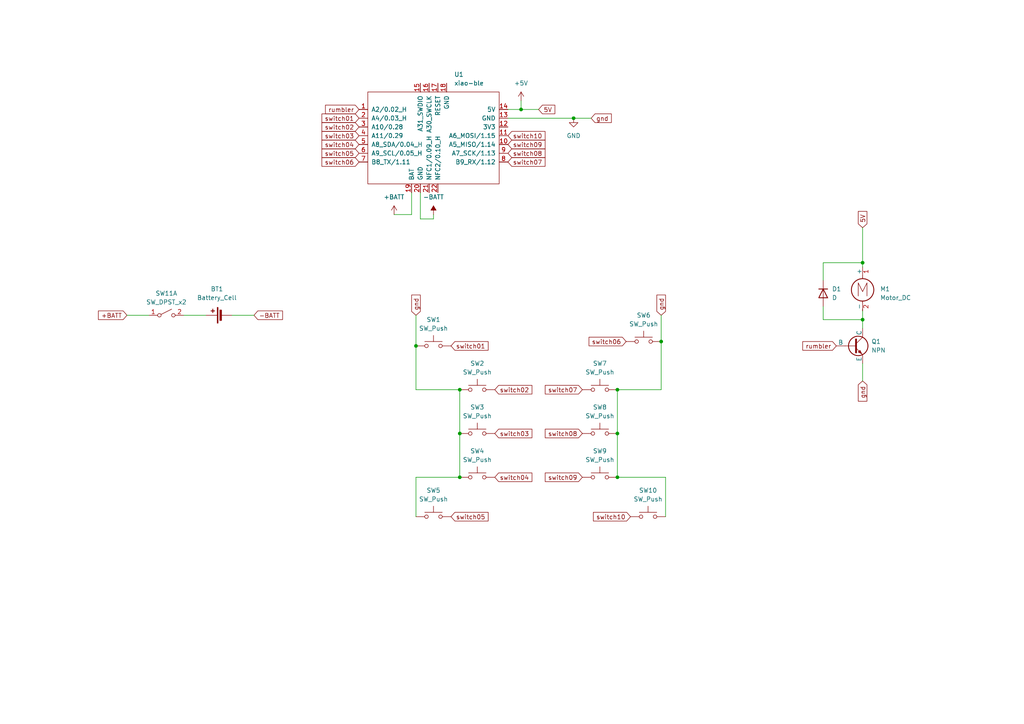
<source format=kicad_sch>
(kicad_sch (version 20230121) (generator eeschema)
  (paper "A4")
  (lib_symbols
    (symbol "Device:Battery_Cell" (pin_numbers hide) (pin_names (offset 0) hide)
      (property "Reference" "BT" (at 2.54 2.54 0))
      (property "Value" "Battery_Cell" (at 2.54 0 0))
      (symbol "Battery_Cell_0_1"
        (rectangle (start -2.286 1.778) (end 2.286 1.524) (fill (type outline)))
        (rectangle (start -1.524 1.016) (end 1.524 0.508) (fill (type outline)))
        (polyline (pts (xy 0 0.762) (xy 0 0)))
        (polyline (pts (xy 0 1.778) (xy 0 2.54)))
        (polyline (pts (xy 0.762 3.048) (xy 1.778 3.048)) (stroke (width 0.254)))
        (polyline (pts (xy 1.27 3.556) (xy 1.27 2.54)) (stroke (width 0.254)))
      )
      (symbol "Battery_Cell_1_1"
        (pin passive line (at 0 5.08 270) (length 2.54) (name "+") (number "1"))
        (pin passive line (at 0 -2.54 90) (length 2.54) (name "-") (number "2"))
      )
    )
    (symbol "Device:D" (pin_numbers hide) (pin_names (offset 1.016) hide)
      (property "Reference" "D" (at 0 2.54 0))
      (property "Value" "D" (at 0 -2.54 0))
      (symbol "D_0_1"
        (polyline (pts (xy -1.27 1.27) (xy -1.27 -1.27)) (stroke (width 0.254)))
        (polyline (pts (xy 1.27 0) (xy -1.27 0)))
        (polyline (pts (xy 1.27 1.27) (xy 1.27 -1.27) (xy -1.27 0) (xy 1.27 1.27)) (stroke (width 0.254)))
      )
      (symbol "D_1_1"
        (pin passive line (at -3.81 0 0) (length 2.54) (name "K") (number "1"))
        (pin passive line (at 3.81 0 180) (length 2.54) (name "A") (number "2"))
      )
    )
    (symbol "Motor:Motor_DC" (pin_names (offset 0))
      (property "Reference" "M" (at 2.54 2.54 0))
      (property "Value" "Motor_DC" (at 2.54 -5.08 0))
      (symbol "Motor_DC_0_0"
        (polyline (pts (xy -1.27 -3.302) (xy -1.27 0.508) (xy 0 -2.032) (xy 1.27 0.508) (xy 1.27 -3.302)))
      )
      (symbol "Motor_DC_0_1"
        (circle (center 0 -1.524) (radius 3.2512) (stroke (width 0.254)))
        (polyline (pts (xy 0 -7.62) (xy 0 -7.112)))
        (polyline (pts (xy 0 -4.7752) (xy 0 -5.1816)))
        (polyline (pts (xy 0 1.7272) (xy 0 2.0828)))
        (polyline (pts (xy 0 2.032) (xy 0 2.54)))
      )
      (symbol "Motor_DC_1_1"
        (pin passive line (at 0 5.08 270) (length 2.54) (name "+") (number "1"))
        (pin passive line (at 0 -7.62 90) (length 2.54) (name "-") (number "2"))
      )
    )
    (symbol "Simulation_SPICE:NPN" (pin_numbers hide) (pin_names (offset 0))
      (property "Reference" "Q" (at -2.54 7.62 0))
      (property "Value" "NPN" (at -2.54 5.08 0))
      (symbol "NPN_0_1"
        (polyline (pts (xy -2.54 0) (xy 0.635 0)) (stroke (width 0.1524)))
        (polyline (pts (xy 0.635 0.635) (xy 2.54 2.54)))
        (polyline (pts (xy 2.794 -1.27) (xy 2.794 -1.27)) (stroke (width 0.1524)))
        (polyline (pts (xy 2.794 -1.27) (xy 2.794 -1.27)) (stroke (width 0.1524)))
        (polyline (pts (xy 0.635 -0.635) (xy 2.54 -2.54) (xy 2.54 -2.54)))
        (polyline (pts (xy 0.635 1.905) (xy 0.635 -1.905) (xy 0.635 -1.905)) (stroke (width 0.508)))
        (polyline (pts (xy 1.27 -1.778) (xy 1.778 -1.27) (xy 2.286 -2.286) (xy 1.27 -1.778) (xy 1.27 -1.778)) (fill (type outline)))
        (circle (center 1.27 0) (radius 2.8194) (stroke (width 0.254)))
      )
      (symbol "NPN_1_1"
        (pin open_collector line (at 2.54 5.08 270) (length 2.54) (name "C") (number "1"))
        (pin input line (at -5.08 0 0) (length 2.54) (name "B") (number "2"))
        (pin open_emitter line (at 2.54 -5.08 90) (length 2.54) (name "E") (number "3"))
      )
    )
    (symbol "Switch:SW_DPST_x2" (pin_names (offset 0) hide)
      (property "Reference" "SW" (at 0 3.175 0))
      (property "Value" "SW_DPST_x2" (at 0 -2.54 0))
      (symbol "SW_DPST_x2_0_0"
        (circle (center -2.032 0) (radius 0.508))
        (polyline (pts (xy -1.524 0.254) (xy 1.524 1.778)))
        (circle (center 2.032 0) (radius 0.508))
      )
      (symbol "SW_DPST_x2_1_1"
        (pin passive line (at -5.08 0 0) (length 2.54) (name "A") (number "1"))
        (pin passive line (at 5.08 0 180) (length 2.54) (name "B") (number "2"))
      )
      (symbol "SW_DPST_x2_2_1"
        (pin passive line (at -5.08 0 0) (length 2.54) (name "A") (number "3"))
        (pin passive line (at 5.08 0 180) (length 2.54) (name "B") (number "4"))
      )
    )
    (symbol "Switch:SW_Push" (pin_numbers hide) (pin_names (offset 1.016) hide)
      (property "Reference" "SW" (at 1.27 2.54 0))
      (property "Value" "SW_Push" (at 0 -1.524 0))
      (symbol "SW_Push_0_1"
        (circle (center -2.032 0) (radius 0.508))
        (polyline (pts (xy 0 1.27) (xy 0 3.048)))
        (polyline (pts (xy 2.54 1.27) (xy -2.54 1.27)))
        (circle (center 2.032 0) (radius 0.508))
        (pin passive line (at -5.08 0 0) (length 2.54) (name "1") (number "1"))
        (pin passive line (at 5.08 0 180) (length 2.54) (name "2") (number "2"))
      )
    )
    (symbol "mcu:xiao-ble" (pin_names (offset 1.016))
      (property "Reference" "U" (at -17.78 16.51 0))
      (property "Value" "xiao-ble" (at -15.24 13.97 0))
      (symbol "xiao-ble_0_1"
        (rectangle (start -19.05 12.7) (end 19.05 -13.97))
      )
      (symbol "xiao-ble_1_1"
        (pin bidirectional line (at -21.59 7.62 0) (length 2.54) (name "A2/0.02_H") (number "1"))
        (pin bidirectional line (at 21.59 -2.54 180) (length 2.54) (name "A5_MISO/1.14") (number "10"))
        (pin bidirectional line (at 21.59 0 180) (length 2.54) (name "A6_MOSI/1.15") (number "11"))
        (pin power_out line (at 21.59 2.54 180) (length 2.54) (name "3V3") (number "12"))
        (pin power_out line (at 21.59 5.08 180) (length 2.54) (name "GND") (number "13"))
        (pin power_out line (at 21.59 7.62 180) (length 2.54) (name "5V") (number "14"))
        (pin input line (at -3.81 15.24 270) (length 2.54) (name "A31_SWDIO") (number "15"))
        (pin input line (at -1.27 15.24 270) (length 2.54) (name "A30_SWCLK") (number "16"))
        (pin input line (at 1.27 15.24 270) (length 2.54) (name "RESET") (number "17"))
        (pin power_out line (at 3.81 15.24 270) (length 2.54) (name "GND") (number "18"))
        (pin bidirectional line (at -6.35 -16.51 90) (length 2.54) (name "BAT") (number "19"))
        (pin bidirectional line (at -21.59 5.08 0) (length 2.54) (name "A4/0.03_H") (number "2"))
        (pin power_out line (at -3.81 -16.51 90) (length 2.54) (name "GND") (number "20"))
        (pin bidirectional line (at -1.27 -16.51 90) (length 2.54) (name "NFC1/0.09_H") (number "21"))
        (pin bidirectional line (at 1.27 -16.51 90) (length 2.54) (name "NFC2/0.10_H") (number "22"))
        (pin bidirectional line (at -21.59 2.54 0) (length 2.54) (name "A10/0.28") (number "3"))
        (pin bidirectional line (at -21.59 0 0) (length 2.54) (name "A11/0.29") (number "4"))
        (pin bidirectional line (at -21.59 -2.54 0) (length 2.54) (name "A8_SDA/0.04_H") (number "5"))
        (pin bidirectional line (at -21.59 -5.08 0) (length 2.54) (name "A9_SCL/0.05_H") (number "6"))
        (pin bidirectional line (at -21.59 -7.62 0) (length 2.54) (name "B8_TX/1.11") (number "7"))
        (pin bidirectional line (at 21.59 -7.62 180) (length 2.54) (name "B9_RX/1.12") (number "8"))
        (pin bidirectional line (at 21.59 -5.08 180) (length 2.54) (name "A7_SCK/1.13") (number "9"))
      )
    )
    (symbol "power:+5V" (power) (pin_names (offset 0))
      (property "Value" "+5V" (at 0 3.556 0))
      (symbol "+5V_0_1"
        (polyline (pts (xy -0.762 1.27) (xy 0 2.54)))
        (polyline (pts (xy 0 0) (xy 0 2.54)))
        (polyline (pts (xy 0 2.54) (xy 0.762 1.27)))
      )
      (symbol "+5V_1_1"
        (pin power_in line (at 0 0 90) (length 0) hide (name "+5V") (number "1"))
      )
    )
    (symbol "power:+BATT" (power) (pin_names (offset 0))
      (property "Value" "+BATT" (at 0 3.556 0))
      (symbol "+BATT_0_1"
        (polyline (pts (xy -0.762 1.27) (xy 0 2.54)))
        (polyline (pts (xy 0 0) (xy 0 2.54)))
        (polyline (pts (xy 0 2.54) (xy 0.762 1.27)))
      )
      (symbol "+BATT_1_1"
        (pin power_in line (at 0 0 90) (length 0) hide (name "+BATT") (number "1"))
      )
    )
    (symbol "power:-BATT" (power) (pin_names (offset 0))
      (property "Value" "-BATT" (at 0 3.556 0))
      (symbol "-BATT_0_1"
        (polyline (pts (xy 0 0) (xy 0 2.54)))
        (polyline (pts (xy 0.762 1.27) (xy -0.762 1.27) (xy 0 2.54) (xy 0.762 1.27)) (fill (type outline)))
      )
      (symbol "-BATT_1_1"
        (pin power_in line (at 0 0 90) (length 0) hide (name "-BATT") (number "1"))
      )
    )
    (symbol "power:GND" (power) (pin_names (offset 0))
      (property "Value" "GND" (at 0 -3.81 0))
      (symbol "GND_0_1"
        (polyline (pts (xy 0 0) (xy 0 -1.27) (xy 1.27 -1.27) (xy 0 -2.54) (xy -1.27 -1.27) (xy 0 -1.27)))
      )
      (symbol "GND_1_1"
        (pin power_in line (at 0 0 270) (length 0) hide (name "GND") (number "1"))
      )
    )
  )
  (junction (at 250.19 92.71))
  (junction (at 133.35 138.43))
  (junction (at 179.07 138.43))
  (junction (at 250.19 76.2))
  (junction (at 133.35 113.03))
  (junction (at 166.37 34.29))
  (junction (at 179.07 113.03))
  (junction (at 191.77 99.06))
  (junction (at 151.13 31.75))
  (junction (at 133.35 125.73))
  (junction (at 120.65 100.33))
  (junction (at 179.07 125.73))
  (wire (pts (xy 179.07 113.03) (xy 179.07 125.73)))
  (wire (pts (xy 250.19 92.71) (xy 250.19 95.25)))
  (wire (pts (xy 250.19 92.71) (xy 250.19 90.17)))
  (wire (pts (xy 151.13 31.75) (xy 147.32 31.75)))
  (wire (pts (xy 119.38 55.88) (xy 119.38 62.23)))
  (wire (pts (xy 133.35 125.73) (xy 133.35 138.43)))
  (wire (pts (xy 191.77 91.44) (xy 191.77 99.06)))
  (wire (pts (xy 179.07 125.73) (xy 179.07 138.43)))
  (wire (pts (xy 120.65 91.44) (xy 120.65 100.33)))
  (wire (pts (xy 119.38 62.23) (xy 114.3 62.23)))
  (wire (pts (xy 156.21 31.75) (xy 151.13 31.75)))
  (wire (pts (xy 193.04 138.43) (xy 179.07 138.43)))
  (wire (pts (xy 120.65 100.33) (xy 120.65 113.03)))
  (wire (pts (xy 120.65 149.86) (xy 120.65 138.43)))
  (wire (pts (xy 250.19 76.2) (xy 250.19 77.47)))
  (wire (pts (xy 250.19 66.04) (xy 250.19 76.2)))
  (wire (pts (xy 120.65 138.43) (xy 133.35 138.43)))
  (wire (pts (xy 238.76 88.9) (xy 238.76 92.71)))
  (wire (pts (xy 191.77 99.06) (xy 191.77 113.03)))
  (wire (pts (xy 121.92 63.5) (xy 125.73 63.5)))
  (wire (pts (xy 125.73 63.5) (xy 125.73 62.23)))
  (wire (pts (xy 179.07 113.03) (xy 191.77 113.03)))
  (wire (pts (xy 171.45 34.29) (xy 166.37 34.29)))
  (wire (pts (xy 238.76 92.71) (xy 250.19 92.71)))
  (wire (pts (xy 59.69 91.44) (xy 53.34 91.44)))
  (wire (pts (xy 120.65 113.03) (xy 133.35 113.03)))
  (wire (pts (xy 36.83 91.44) (xy 43.18 91.44)))
  (wire (pts (xy 73.66 91.44) (xy 67.31 91.44)))
  (wire (pts (xy 166.37 34.29) (xy 147.32 34.29)))
  (wire (pts (xy 250.19 105.41) (xy 250.19 110.49)))
  (wire (pts (xy 121.92 55.88) (xy 121.92 63.5)))
  (wire (pts (xy 193.04 149.86) (xy 193.04 138.43)))
  (wire (pts (xy 238.76 81.28) (xy 238.76 76.2)))
  (wire (pts (xy 151.13 29.21) (xy 151.13 31.75)))
  (wire (pts (xy 133.35 113.03) (xy 133.35 125.73)))
  (wire (pts (xy 238.76 76.2) (xy 250.19 76.2)))
  (global_label "gnd" (shape input) (at 191.77 91.44 90) (property "Intersheetrefs" "${INTERSHEET_REFS}" (effects hide)))
  (global_label "-BATT" (shape input) (at 73.66 91.44 0) (property "Intersheetrefs" "${INTERSHEET_REFS}" (effects hide)))
  (global_label "switch08" (shape input) (at 147.32 44.45 0) (property "Intersheetrefs" "${INTERSHEET_REFS}" (effects hide)))
  (global_label "switch02" (shape input) (at 104.14 36.83 180) (property "Intersheetrefs" "${INTERSHEET_REFS}" (effects hide)))
  (global_label "gnd" (shape input) (at 171.45 34.29 0) (property "Intersheetrefs" "${INTERSHEET_REFS}" (effects hide)))
  (global_label "+BATT" (shape input) (at 36.83 91.44 180) (property "Intersheetrefs" "${INTERSHEET_REFS}" (effects hide)))
  (global_label "gnd" (shape input) (at 120.65 91.44 90) (property "Intersheetrefs" "${INTERSHEET_REFS}" (effects hide)))
  (global_label "rumbler" (shape input) (at 104.14 31.75 180) (property "Intersheetrefs" "${INTERSHEET_REFS}" (effects hide)))
  (global_label "switch10" (shape input) (at 182.88 149.86 180) (property "Intersheetrefs" "${INTERSHEET_REFS}" (effects hide)))
  (global_label "switch10" (shape input) (at 147.32 39.37 0) (property "Intersheetrefs" "${INTERSHEET_REFS}" (effects hide)))
  (global_label "5V" (shape input) (at 250.19 66.04 90) (property "Intersheetrefs" "${INTERSHEET_REFS}" (effects hide)))
  (global_label "switch04" (shape input) (at 104.14 41.91 180) (property "Intersheetrefs" "${INTERSHEET_REFS}" (effects hide)))
  (global_label "switch09" (shape input) (at 147.32 41.91 0) (property "Intersheetrefs" "${INTERSHEET_REFS}" (effects hide)))
  (global_label "switch05" (shape input) (at 130.81 149.86 0) (property "Intersheetrefs" "${INTERSHEET_REFS}" (effects hide)))
  (global_label "switch07" (shape input) (at 147.32 46.99 0) (property "Intersheetrefs" "${INTERSHEET_REFS}" (effects hide)))
  (global_label "switch01" (shape input) (at 130.81 100.33 0) (property "Intersheetrefs" "${INTERSHEET_REFS}" (effects hide)))
  (global_label "rumbler" (shape input) (at 242.57 100.33 180) (property "Intersheetrefs" "${INTERSHEET_REFS}" (effects hide)))
  (global_label "switch06" (shape input) (at 181.61 99.06 180) (property "Intersheetrefs" "${INTERSHEET_REFS}" (effects hide)))
  (global_label "switch09" (shape input) (at 168.91 138.43 180) (property "Intersheetrefs" "${INTERSHEET_REFS}" (effects hide)))
  (global_label "switch04" (shape input) (at 143.51 138.43 0) (property "Intersheetrefs" "${INTERSHEET_REFS}" (effects hide)))
  (global_label "switch06" (shape input) (at 104.14 46.99 180) (property "Intersheetrefs" "${INTERSHEET_REFS}" (effects hide)))
  (global_label "switch03" (shape input) (at 143.51 125.73 0) (property "Intersheetrefs" "${INTERSHEET_REFS}" (effects hide)))
  (global_label "switch08" (shape input) (at 168.91 125.73 180) (property "Intersheetrefs" "${INTERSHEET_REFS}" (effects hide)))
  (global_label "switch03" (shape input) (at 104.14 39.37 180) (property "Intersheetrefs" "${INTERSHEET_REFS}" (effects hide)))
  (global_label "switch01" (shape input) (at 104.14 34.29 180) (property "Intersheetrefs" "${INTERSHEET_REFS}" (effects hide)))
  (global_label "switch02" (shape input) (at 143.51 113.03 0) (property "Intersheetrefs" "${INTERSHEET_REFS}" (effects hide)))
  (global_label "switch07" (shape input) (at 168.91 113.03 180) (property "Intersheetrefs" "${INTERSHEET_REFS}" (effects hide)))
  (global_label "5V" (shape input) (at 156.21 31.75 0) (property "Intersheetrefs" "${INTERSHEET_REFS}" (effects hide)))
  (global_label "gnd" (shape input) (at 250.19 110.49 270) (property "Intersheetrefs" "${INTERSHEET_REFS}" (effects hide)))
  (global_label "switch05" (shape input) (at 104.14 44.45 180) (property "Intersheetrefs" "${INTERSHEET_REFS}" (effects hide)))
  (symbol (lib_id "Simulation_SPICE:NPN") (at 247.65 100.33 0) (unit 1)
    (property "Reference" "Q1" (at 252.73 99.06 0) (effects (justify left)))
    (property "Value" "NPN" (at 252.73 101.6 0) (effects (justify left)))
    (property "Footprint" "Package_TO_SOT_SMD:SOT-23" (effects hide))
    (property "Sim.Device" "NPN" (effects hide))
    (property "Sim.Type" "GUMMELPOON" (effects hide))
    (property "Sim.Pins" "1=C 2=B 3=E" (effects hide))
  )
  (symbol (lib_id "Switch:SW_Push") (at 138.43 113.03 0) (unit 1)
    (property "Reference" "SW2" (at 138.43 105.41 0))
    (property "Value" "SW_Push" (at 138.43 107.95 0))
    (property "Footprint" "Button_Switch_SMD:SW_SPST_EVQP0" (effects hide))
  )
  (symbol (lib_id "Switch:SW_Push") (at 173.99 138.43 0) (unit 1)
    (property "Reference" "SW9" (at 173.99 130.81 0))
    (property "Value" "SW_Push" (at 173.99 133.35 0))
    (property "Footprint" "Button_Switch_SMD:SW_SPST_EVQP0" (effects hide))
  )
  (symbol (lib_id "Switch:SW_Push") (at 138.43 125.73 0) (unit 1)
    (property "Reference" "SW3" (at 138.43 118.11 0))
    (property "Value" "SW_Push" (at 138.43 120.65 0))
    (property "Footprint" "Button_Switch_SMD:SW_SPST_EVQP0" (effects hide))
  )
  (symbol (lib_id "Switch:SW_Push") (at 125.73 149.86 0) (unit 1)
    (property "Reference" "SW5" (at 125.73 142.24 0))
    (property "Value" "SW_Push" (at 125.73 144.78 0))
    (property "Footprint" "Button_Switch_SMD:SW_SPST_EVQP0" (effects hide))
  )
  (symbol (lib_id "mcu:xiao-ble") (at 125.73 39.37 0) (unit 1)
    (property "Reference" "U1" (at 131.7341 21.59 0) (effects (justify left)))
    (property "Value" "xiao-ble" (at 131.7341 24.13 0) (effects (justify left)))
    (property "Footprint" "project:xiao-ble-tht" (effects hide))
  )
  (symbol (lib_id "power:-BATT") (at 125.73 62.23 0) (unit 1)
    (property "Reference" "#PWR02" (effects hide))
    (property "Value" "-BATT" (at 125.73 57.15 0))
  )
  (symbol (lib_id "Motor:Motor_DC") (at 250.19 82.55 0) (unit 1)
    (property "Reference" "M1" (at 255.27 83.82 0) (effects (justify left)))
    (property "Value" "Motor_DC" (at 255.27 86.36 0) (effects (justify left)))
  )
  (symbol (lib_id "power:GND") (at 166.37 34.29 0) (unit 1)
    (property "Reference" "#PWR04" (effects hide))
    (property "Value" "GND" (at 166.37 39.37 0))
  )
  (symbol (lib_id "power:+5V") (at 151.13 29.21 0) (unit 1)
    (property "Reference" "#PWR03" (effects hide))
    (property "Value" "+5V" (at 151.13 24.13 0))
  )
  (symbol (lib_id "Switch:SW_DPST_x2") (at 48.26 91.44 0) (unit 1)
    (property "Reference" "SW11" (at 48.26 85.09 0))
    (property "Value" "SW_DPST_x2" (at 48.26 87.63 0))
  )
  (symbol (lib_id "Switch:SW_Push") (at 138.43 138.43 0) (unit 1)
    (property "Reference" "SW4" (at 138.43 130.81 0))
    (property "Value" "SW_Push" (at 138.43 133.35 0))
    (property "Footprint" "Button_Switch_SMD:SW_SPST_EVQP0" (effects hide))
  )
  (symbol (lib_id "Switch:SW_Push") (at 187.96 149.86 0) (unit 1)
    (property "Reference" "SW10" (at 187.96 142.24 0))
    (property "Value" "SW_Push" (at 187.96 144.78 0))
    (property "Footprint" "Button_Switch_SMD:SW_SPST_EVQP0" (effects hide))
  )
  (symbol (lib_id "Switch:SW_Push") (at 186.69 99.06 0) (unit 1)
    (property "Reference" "SW6" (at 186.69 91.44 0))
    (property "Value" "SW_Push" (at 186.69 93.98 0))
    (property "Footprint" "Button_Switch_SMD:SW_SPST_EVQP0" (effects hide))
  )
  (symbol (lib_id "Device:D") (at 238.76 85.09 270) (unit 1)
    (property "Reference" "D1" (at 241.3 83.82 90) (effects (justify left)))
    (property "Value" "D" (at 241.3 86.36 90) (effects (justify left)))
    (property "Footprint" "project:D3_TH_SMD_v2" (effects hide))
    (property "Sim.Device" "D" (effects hide))
    (property "Sim.Pins" "1=K 2=A" (effects hide))
  )
  (symbol (lib_id "Device:Battery_Cell") (at 64.77 91.44 90) (unit 1)
    (property "Reference" "BT1" (at 62.9285 83.82 90))
    (property "Value" "Battery_Cell" (at 62.9285 86.36 90))
  )
  (symbol (lib_id "Switch:SW_Push") (at 173.99 125.73 0) (unit 1)
    (property "Reference" "SW8" (at 173.99 118.11 0))
    (property "Value" "SW_Push" (at 173.99 120.65 0))
    (property "Footprint" "Button_Switch_SMD:SW_SPST_EVQP0" (effects hide))
  )
  (symbol (lib_id "Switch:SW_Push") (at 125.73 100.33 0) (unit 1)
    (property "Reference" "SW1" (at 125.73 92.71 0))
    (property "Value" "SW_Push" (at 125.73 95.25 0))
    (property "Footprint" "Button_Switch_SMD:SW_SPST_EVQP0" (effects hide))
  )
  (symbol (lib_id "power:+BATT") (at 114.3 62.23 0) (unit 1)
    (property "Reference" "#PWR01" (effects hide))
    (property "Value" "+BATT" (at 114.3 57.15 0))
  )
  (symbol (lib_id "Switch:SW_Push") (at 173.99 113.03 0) (unit 1)
    (property "Reference" "SW7" (at 173.99 105.41 0))
    (property "Value" "SW_Push" (at 173.99 107.95 0))
    (property "Footprint" "Button_Switch_SMD:SW_SPST_EVQP0" (effects hide))
  )
)
</source>
